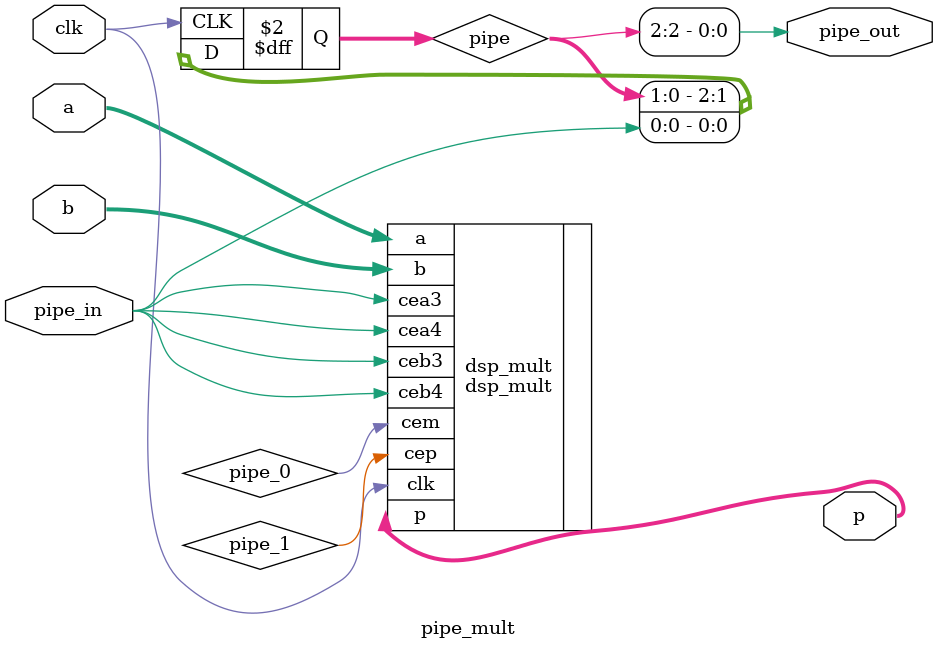
<source format=v>
`timescale 1ns / 1ps

`include "Constants.txt"

module pipe_mult(
	//inputs
	input clk,      // fast processing clock
	input pipe_in,    // the incoming pipeline enable bit 
	input signed [24:0] a,   // the 25-bit input to the DSP slice
	input signed [17:0] b,   // the 18-bit input to the DSP slice
	// outputs
	output pipe_out,         // the pipeline enable bit to be passed to the next stage
	output signed [42:0] p   // the 43-bit product
);

	// the pipeline
	reg [2:0] pipe;
	always @(posedge clk) begin
		pipe[0] <= pipe_in;
		pipe[1] <= pipe[0];
		pipe[2] <= pipe[1];
	end
	assign pipe_out = pipe[2];
	
	// The multiplier, created by a COREGEN macro
	dsp_mult dsp_mult(.clk(clk), .cea3(pipe_in), .cea4(pipe_in), .ceb3(pipe_in), .ceb4(pipe_in),
		.cem(pipe_0), .cep(pipe_1), .a(a), .b(b), .p(p));

endmodule

</source>
